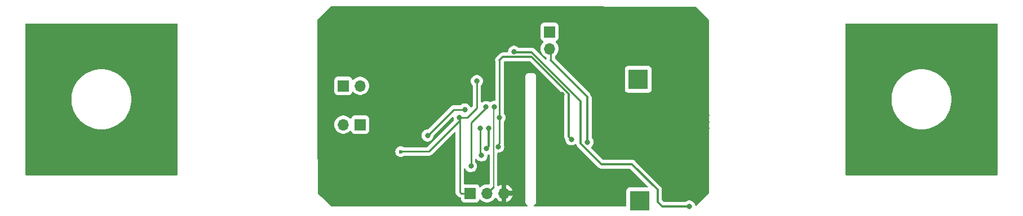
<source format=gbr>
%TF.GenerationSoftware,KiCad,Pcbnew,7.0.5-7.0.5~ubuntu20.04.1*%
%TF.CreationDate,2023-07-13T22:08:42+02:00*%
%TF.ProjectId,ModuleV450,4d6f6475-6c65-4563-9435-302e6b696361,rev?*%
%TF.SameCoordinates,Original*%
%TF.FileFunction,Copper,L2,Bot*%
%TF.FilePolarity,Positive*%
%FSLAX46Y46*%
G04 Gerber Fmt 4.6, Leading zero omitted, Abs format (unit mm)*
G04 Created by KiCad (PCBNEW 7.0.5-7.0.5~ubuntu20.04.1) date 2023-07-13 22:08:42*
%MOMM*%
%LPD*%
G01*
G04 APERTURE LIST*
%TA.AperFunction,ComponentPad*%
%ADD10R,3.000000X3.000000*%
%TD*%
%TA.AperFunction,ComponentPad*%
%ADD11O,1.700000X1.700000*%
%TD*%
%TA.AperFunction,ComponentPad*%
%ADD12R,1.700000X1.700000*%
%TD*%
%TA.AperFunction,ViaPad*%
%ADD13C,0.800000*%
%TD*%
%TA.AperFunction,ViaPad*%
%ADD14C,0.600000*%
%TD*%
%TA.AperFunction,Conductor*%
%ADD15C,0.250000*%
%TD*%
%TA.AperFunction,Conductor*%
%ADD16C,0.300000*%
%TD*%
%TA.AperFunction,Conductor*%
%ADD17C,0.150000*%
%TD*%
G04 APERTURE END LIST*
D10*
%TO.P,VCC,1*%
%TO.N,VCC*%
X55880000Y5537200D03*
%TD*%
%TO.P,DUMP,1*%
%TO.N,Net-(Q1-D)*%
X56083200Y-12750800D03*
%TD*%
D11*
%TO.P,EXTTEMP1,2,Pin_2*%
%TO.N,ENABLE*%
X42545000Y10160000D03*
D12*
%TO.P,EXTTEMP1,1,Pin_1*%
%TO.N,PA3*%
X42545000Y12700000D03*
%TD*%
%TO.P,UPDI1,1,Pin_1*%
%TO.N,VCC*%
X30625000Y-11600000D03*
D11*
%TO.P,UPDI1,2,Pin_2*%
%TO.N,RESET*%
X33165000Y-11600000D03*
%TO.P,UPDI1,3,Pin_3*%
%TO.N,GND*%
X35705000Y-11600000D03*
%TD*%
D12*
%TO.P,RX1,1,Pin_1*%
%TO.N,RXD0*%
X14097000Y-1270000D03*
D11*
%TO.P,RX1,2,Pin_2*%
%TO.N,VCC*%
X11557000Y-1270000D03*
%TD*%
D12*
%TO.P,TX1,1,Pin_1*%
%TO.N,Net-(TX1-Pin_1)*%
X11557000Y4572000D03*
D11*
%TO.P,TX1,2,Pin_2*%
%TO.N,Net-(TX1-Pin_2)*%
X14097000Y4572000D03*
%TD*%
D13*
%TO.N,GND*%
X18750000Y-10500000D03*
X39825000Y7200000D03*
X8500000Y3250000D03*
X53925000Y10275000D03*
X53925000Y9250000D03*
X53925000Y11300000D03*
X58650000Y-7800000D03*
X58650000Y-6700000D03*
X58650000Y-5600000D03*
X58650000Y-2250000D03*
X58650000Y-4450000D03*
X58650000Y-3350000D03*
X66150000Y-855000D03*
X66150000Y125000D03*
X66150000Y-1835000D03*
X17000000Y-10500000D03*
X27960000Y-11455000D03*
X27960000Y-10280000D03*
X36325000Y-3760000D03*
X38825000Y7700000D03*
X22685000Y1020000D03*
X27675000Y10950000D03*
X30285000Y12720000D03*
X64180000Y-8310000D03*
X64180000Y-7210000D03*
X64180000Y-6060000D03*
X42025000Y-10400000D03*
X43175000Y-10400000D03*
X44325000Y-10400000D03*
X45475000Y-10400000D03*
X46625000Y-10400000D03*
X47775000Y-10400000D03*
X48925000Y-10400000D03*
X50075000Y-10400000D03*
X51225000Y-10400000D03*
X52375000Y-10400000D03*
X53525000Y-10400000D03*
X44425000Y3300000D03*
X42125000Y3300000D03*
X43275000Y3300000D03*
X50175000Y3300000D03*
X49025000Y3300000D03*
X53625000Y3300000D03*
X52375000Y-3900000D03*
X51225000Y-3900000D03*
X53525000Y-3900000D03*
X41925000Y-3900000D03*
X44225000Y-3900000D03*
X43075000Y-3900000D03*
X49625000Y7600000D03*
X36755000Y12770000D03*
X35565000Y12740000D03*
X28025000Y5000000D03*
X52825000Y10275000D03*
X52825000Y9250000D03*
X52825000Y11300000D03*
X25025000Y4800000D03*
X18669000Y11684000D03*
D14*
X88165000Y10290000D03*
D13*
X38325000Y-13200000D03*
D14*
X103165000Y-5210000D03*
D13*
X33925000Y9300000D03*
D14*
X88165000Y-5210000D03*
D13*
X38325000Y-12100000D03*
X24615000Y-6360000D03*
X15250000Y-10500000D03*
D14*
X98165000Y10290000D03*
X98165000Y-5210000D03*
D13*
X38325000Y4800000D03*
X15113000Y11684000D03*
D14*
X93165000Y10290000D03*
X93165000Y-5210000D03*
D13*
X16891000Y11684000D03*
D14*
X103165000Y10290000D03*
D13*
X31025000Y-8800000D03*
%TO.N,VCC*%
X29025000Y-200000D03*
D14*
X20193000Y-5334000D03*
D13*
X31625000Y5300000D03*
%TO.N,ENABLE*%
X48225000Y-3900000D03*
%TO.N,TXD0*%
X29825000Y1000000D03*
X24225000Y-2900008D03*
D14*
%TO.N,unconnected-(F1-Pad2)*%
X-30025000Y10290000D03*
X-20025000Y10290000D03*
X-30025000Y-5210000D03*
X-25025000Y10290000D03*
X-20025000Y-5210000D03*
X-25025000Y-5210000D03*
X-35025000Y-5210000D03*
X-35025000Y10290000D03*
D13*
%TO.N,VREF*%
X32165000Y-1795000D03*
X32325000Y-5900002D03*
%TO.N,PA6*%
X33025000Y-4900000D03*
X33435000Y-1795000D03*
%TO.N,RESET*%
X34225000Y1400000D03*
%TO.N,PA7*%
X45825000Y-3487486D03*
X35025000Y-200002D03*
X34825000Y-4572000D03*
%TO.N,REF_EN*%
X30735000Y-7512500D03*
X33020000Y1371600D03*
%TO.N,Net-(Q1-G)*%
X63535000Y-13600000D03*
X37225000Y9702800D03*
%TD*%
D15*
%TO.N,ENABLE*%
X42725000Y8400000D02*
X42725000Y9980000D01*
X42725000Y9980000D02*
X42405000Y10300000D01*
%TO.N,VCC*%
X29025000Y-710000D02*
X29025000Y-200000D01*
X31625000Y1234317D02*
X31625000Y5300000D01*
X29025002Y-199998D02*
X29625000Y-199998D01*
X24435000Y-5300000D02*
X29025000Y-710000D01*
X30190685Y-199998D02*
X31625000Y1234317D01*
X29625000Y-199998D02*
X30190685Y-199998D01*
X20255000Y-5300000D02*
X20227000Y-5300000D01*
X30625000Y-11600000D02*
X29235000Y-11600000D01*
X29025000Y-200000D02*
X29025002Y-199998D01*
X29044989Y-199998D02*
X29625000Y-199998D01*
X29235000Y-11600000D02*
X29044989Y-11409989D01*
X20255000Y-5300000D02*
X24435000Y-5300000D01*
X29044989Y-11409989D02*
X29044989Y-199998D01*
D16*
%TO.N,ENABLE*%
X42725000Y8400000D02*
X48225000Y2900000D01*
X48225000Y2900000D02*
X48225000Y-3900000D01*
D15*
%TO.N,TXD0*%
X24225000Y-2900008D02*
X28125008Y1000000D01*
X28125008Y1000000D02*
X29825000Y1000000D01*
%TO.N,VREF*%
X32165000Y-5740002D02*
X32325000Y-5900002D01*
X32165000Y-1795000D02*
X32165000Y-5740002D01*
D16*
%TO.N,PA6*%
X33435000Y-1795000D02*
X33435000Y-4490000D01*
X33435000Y-4490000D02*
X33025000Y-4900000D01*
D15*
%TO.N,RESET*%
X34125000Y1300000D02*
X34225000Y1400000D01*
X33165000Y-11600000D02*
X34125000Y-10640000D01*
D17*
X34125000Y-10640000D02*
X34125000Y1300000D01*
D16*
%TO.N,PA7*%
X45425001Y-3087487D02*
X45425001Y3360989D01*
X39861001Y8924989D02*
X35549989Y8924989D01*
X45425001Y3360989D02*
X39861001Y8924989D01*
X45825000Y-3487486D02*
X45425001Y-3087487D01*
D15*
X35025000Y-200002D02*
X35025000Y-4075010D01*
X35025000Y8400000D02*
X35025000Y-200002D01*
X35025000Y-4075010D02*
X34825000Y-4275010D01*
D16*
X35549989Y8924989D02*
X35025000Y8400000D01*
D15*
%TO.N,REF_EN*%
X30735000Y-7512500D02*
X30735000Y-990000D01*
X30735000Y-990000D02*
X33025000Y1300000D01*
D16*
%TO.N,Net-(Q1-G)*%
X47224998Y-4136002D02*
X47224998Y2268098D01*
X47224998Y2268098D02*
X39868097Y9624999D01*
X58775600Y-11074400D02*
X54914800Y-7213600D01*
X54914800Y-7213600D02*
X50302596Y-7213600D01*
X50302596Y-7213600D02*
X47224998Y-4136002D01*
X39868097Y9624999D02*
X37225000Y9624999D01*
X58775600Y-12903200D02*
X58775600Y-11074400D01*
X59472400Y-13600000D02*
X58775600Y-12903200D01*
X63535000Y-13600000D02*
X59472400Y-13600000D01*
%TD*%
%TA.AperFunction,Conductor*%
%TO.N,GND*%
G36*
X109798039Y13950315D02*
G01*
X109843794Y13897511D01*
X109855000Y13846000D01*
X109855000Y-8766000D01*
X109835315Y-8833039D01*
X109782511Y-8878794D01*
X109731000Y-8890000D01*
X87119000Y-8890000D01*
X87051961Y-8870315D01*
X87006206Y-8817511D01*
X86995000Y-8766000D01*
X86995000Y2540000D01*
X93903583Y2540000D01*
X93922871Y2122816D01*
X93922871Y2122810D01*
X93922872Y2122807D01*
X93980568Y1709195D01*
X93980570Y1709187D01*
X94076184Y1302659D01*
X94208908Y906665D01*
X94208909Y906661D01*
X94377584Y524650D01*
X94377589Y524640D01*
X94377593Y524631D01*
X94377597Y524623D01*
X94377598Y524622D01*
X94580809Y159789D01*
X94580813Y159782D01*
X94580814Y159781D01*
X94816831Y-184762D01*
X94816833Y-184764D01*
X94816840Y-184774D01*
X95082416Y-504593D01*
X95083633Y-506059D01*
X95378941Y-801367D01*
X95425376Y-839926D01*
X95700225Y-1068159D01*
X95700231Y-1068163D01*
X95700238Y-1068169D01*
X96044781Y-1304186D01*
X96409631Y-1507407D01*
X96409648Y-1507414D01*
X96409649Y-1507415D01*
X96791660Y-1676090D01*
X96791664Y-1676091D01*
X96791666Y-1676091D01*
X96791676Y-1676096D01*
X97187656Y-1808815D01*
X97594192Y-1904431D01*
X98007816Y-1962129D01*
X98425000Y-1981417D01*
X98842184Y-1962129D01*
X99255808Y-1904431D01*
X99662344Y-1808815D01*
X100058324Y-1676096D01*
X100058335Y-1676090D01*
X100058339Y-1676090D01*
X100293458Y-1572274D01*
X100440369Y-1507407D01*
X100805219Y-1304186D01*
X101149762Y-1068169D01*
X101471059Y-801367D01*
X101766367Y-506059D01*
X102033169Y-184762D01*
X102269186Y159781D01*
X102472407Y524631D01*
X102586136Y782203D01*
X102641090Y906661D01*
X102641091Y906665D01*
X102641096Y906676D01*
X102773815Y1302656D01*
X102869431Y1709192D01*
X102927129Y2122816D01*
X102946417Y2540000D01*
X102927129Y2957184D01*
X102869431Y3370808D01*
X102773815Y3777344D01*
X102641096Y4173324D01*
X102641091Y4173336D01*
X102641090Y4173340D01*
X102472415Y4555351D01*
X102472414Y4555352D01*
X102472407Y4555369D01*
X102269186Y4920219D01*
X102033169Y5264762D01*
X102033163Y5264769D01*
X102033159Y5264775D01*
X101766376Y5586048D01*
X101766367Y5586059D01*
X101471059Y5881367D01*
X101468457Y5883528D01*
X101149774Y6148160D01*
X101149764Y6148167D01*
X101149762Y6148169D01*
X100805219Y6384186D01*
X100805218Y6384187D01*
X100805211Y6384191D01*
X100440378Y6587402D01*
X100440377Y6587403D01*
X100440369Y6587407D01*
X100440360Y6587411D01*
X100440350Y6587416D01*
X100058339Y6756091D01*
X100058335Y6756092D01*
X100058326Y6756095D01*
X100058324Y6756096D01*
X99662344Y6888815D01*
X99662343Y6888816D01*
X99662341Y6888816D01*
X99255813Y6984430D01*
X99255805Y6984432D01*
X98842193Y7042128D01*
X98842190Y7042129D01*
X98842184Y7042129D01*
X98425000Y7061417D01*
X98007816Y7042129D01*
X98007810Y7042129D01*
X98007806Y7042128D01*
X97594194Y6984432D01*
X97594186Y6984430D01*
X97187658Y6888816D01*
X96791664Y6756092D01*
X96791660Y6756091D01*
X96409649Y6587416D01*
X96409621Y6587402D01*
X96044788Y6384191D01*
X96044781Y6384187D01*
X95700235Y6148167D01*
X95700225Y6148160D01*
X95378952Y5881377D01*
X95378932Y5881359D01*
X95083641Y5586068D01*
X95083623Y5586048D01*
X94816840Y5264775D01*
X94816833Y5264765D01*
X94580813Y4920219D01*
X94580809Y4920212D01*
X94377598Y4555379D01*
X94377584Y4555351D01*
X94208909Y4173340D01*
X94208908Y4173336D01*
X94076184Y3777342D01*
X93980570Y3370814D01*
X93980568Y3370806D01*
X93922872Y2957194D01*
X93922871Y2957184D01*
X93903583Y2540000D01*
X86995000Y2540000D01*
X86995000Y13846000D01*
X87014685Y13913039D01*
X87067489Y13958794D01*
X87119000Y13970000D01*
X109731000Y13970000D01*
X109798039Y13950315D01*
G37*
%TD.AperFunction*%
%TD*%
%TA.AperFunction,Conductor*%
%TO.N,unconnected-(F1-Pad2)*%
G36*
X-13391961Y13950315D02*
G01*
X-13346206Y13897511D01*
X-13335000Y13846000D01*
X-13335000Y-8766000D01*
X-13354685Y-8833039D01*
X-13407489Y-8878794D01*
X-13459000Y-8890000D01*
X-36071000Y-8890000D01*
X-36138039Y-8870315D01*
X-36183794Y-8817511D01*
X-36195000Y-8766000D01*
X-36195000Y2540000D01*
X-29286417Y2540000D01*
X-29267129Y2122816D01*
X-29267129Y2122810D01*
X-29267128Y2122807D01*
X-29209432Y1709195D01*
X-29209430Y1709187D01*
X-29113816Y1302659D01*
X-28981092Y906665D01*
X-28981091Y906661D01*
X-28812416Y524650D01*
X-28812411Y524640D01*
X-28812407Y524631D01*
X-28812403Y524623D01*
X-28812402Y524622D01*
X-28609191Y159789D01*
X-28609187Y159782D01*
X-28609186Y159781D01*
X-28373169Y-184762D01*
X-28373167Y-184764D01*
X-28373160Y-184774D01*
X-28107584Y-504593D01*
X-28106367Y-506059D01*
X-27811059Y-801367D01*
X-27764624Y-839926D01*
X-27489775Y-1068159D01*
X-27489769Y-1068163D01*
X-27489762Y-1068169D01*
X-27145219Y-1304186D01*
X-26780369Y-1507407D01*
X-26780352Y-1507414D01*
X-26780351Y-1507415D01*
X-26398340Y-1676090D01*
X-26398336Y-1676091D01*
X-26398334Y-1676091D01*
X-26398324Y-1676096D01*
X-26002344Y-1808815D01*
X-25595808Y-1904431D01*
X-25182184Y-1962129D01*
X-24765000Y-1981417D01*
X-24347816Y-1962129D01*
X-23934192Y-1904431D01*
X-23527656Y-1808815D01*
X-23131676Y-1676096D01*
X-23131665Y-1676090D01*
X-23131661Y-1676090D01*
X-22896542Y-1572273D01*
X-22749631Y-1507407D01*
X-22384781Y-1304186D01*
X-22040238Y-1068169D01*
X-21718941Y-801367D01*
X-21423633Y-506059D01*
X-21156831Y-184762D01*
X-20920814Y159781D01*
X-20717593Y524631D01*
X-20603864Y782203D01*
X-20548910Y906661D01*
X-20548909Y906665D01*
X-20548904Y906676D01*
X-20416185Y1302656D01*
X-20320569Y1709192D01*
X-20262871Y2122816D01*
X-20243583Y2540000D01*
X-20262871Y2957184D01*
X-20320569Y3370808D01*
X-20416185Y3777344D01*
X-20548904Y4173324D01*
X-20548909Y4173336D01*
X-20548910Y4173340D01*
X-20717585Y4555351D01*
X-20717586Y4555352D01*
X-20717593Y4555369D01*
X-20920814Y4920219D01*
X-21156831Y5264762D01*
X-21156837Y5264769D01*
X-21156841Y5264775D01*
X-21423624Y5586048D01*
X-21423633Y5586059D01*
X-21718941Y5881367D01*
X-21721543Y5883528D01*
X-22040226Y6148160D01*
X-22040236Y6148167D01*
X-22040238Y6148169D01*
X-22384781Y6384186D01*
X-22384782Y6384187D01*
X-22384789Y6384191D01*
X-22749622Y6587402D01*
X-22749623Y6587403D01*
X-22749631Y6587407D01*
X-22749640Y6587411D01*
X-22749650Y6587416D01*
X-23131661Y6756091D01*
X-23131665Y6756092D01*
X-23131674Y6756095D01*
X-23131676Y6756096D01*
X-23527656Y6888815D01*
X-23527657Y6888816D01*
X-23527659Y6888816D01*
X-23934187Y6984430D01*
X-23934195Y6984432D01*
X-24347807Y7042128D01*
X-24347810Y7042129D01*
X-24347816Y7042129D01*
X-24765000Y7061417D01*
X-24765001Y7061417D01*
X-24798035Y7059890D01*
X-25182184Y7042129D01*
X-25182190Y7042129D01*
X-25182194Y7042128D01*
X-25595806Y6984432D01*
X-25595814Y6984430D01*
X-26002342Y6888816D01*
X-26398336Y6756092D01*
X-26398340Y6756091D01*
X-26780351Y6587416D01*
X-26780379Y6587402D01*
X-27145212Y6384191D01*
X-27145219Y6384187D01*
X-27489765Y6148167D01*
X-27489775Y6148160D01*
X-27811048Y5881377D01*
X-27811068Y5881359D01*
X-28106359Y5586068D01*
X-28106377Y5586048D01*
X-28373160Y5264775D01*
X-28373167Y5264765D01*
X-28609187Y4920219D01*
X-28609191Y4920212D01*
X-28812402Y4555379D01*
X-28812416Y4555351D01*
X-28981091Y4173340D01*
X-28981092Y4173336D01*
X-29113816Y3777342D01*
X-29209430Y3370814D01*
X-29209432Y3370806D01*
X-29267128Y2957194D01*
X-29267129Y2957184D01*
X-29286417Y2540000D01*
X-36195000Y2540000D01*
X-36195000Y13846000D01*
X-36175315Y13913039D01*
X-36122511Y13958794D01*
X-36071000Y13970000D01*
X-13459000Y13970000D01*
X-13391961Y13950315D01*
G37*
%TD.AperFunction*%
%TD*%
%TA.AperFunction,Conductor*%
%TO.N,GND*%
G36*
X37084999Y16522500D02*
G01*
X64447837Y16501570D01*
X64515943Y16481516D01*
X64536871Y16464631D01*
X65500000Y15500766D01*
X66463130Y14536898D01*
X66497131Y14474574D01*
X66500000Y14447838D01*
X66500000Y-11527810D01*
X66479998Y-11595931D01*
X66463095Y-11616905D01*
X64633129Y-13446870D01*
X64570817Y-13480896D01*
X64500001Y-13475831D01*
X64443166Y-13433284D01*
X64424201Y-13396712D01*
X64422275Y-13390785D01*
X64369527Y-13228444D01*
X64274040Y-13063056D01*
X64274038Y-13063054D01*
X64274034Y-13063048D01*
X64146255Y-12921135D01*
X63991752Y-12808882D01*
X63817288Y-12731206D01*
X63630487Y-12691500D01*
X63439513Y-12691500D01*
X63252711Y-12731206D01*
X63078247Y-12808882D01*
X62951614Y-12900887D01*
X62934197Y-12913542D01*
X62928837Y-12917436D01*
X62861969Y-12941294D01*
X62854776Y-12941500D01*
X59797350Y-12941500D01*
X59729229Y-12921498D01*
X59708255Y-12904595D01*
X59471005Y-12667345D01*
X59436979Y-12605033D01*
X59434100Y-12578250D01*
X59434100Y-11161014D01*
X59435892Y-11144779D01*
X59435643Y-11144756D01*
X59436387Y-11136870D01*
X59436389Y-11136863D01*
X59434131Y-11065022D01*
X59434100Y-11063043D01*
X59434100Y-11032971D01*
X59434100Y-11032968D01*
X59433169Y-11025609D01*
X59432706Y-11019722D01*
X59431162Y-10970569D01*
X59425179Y-10949976D01*
X59421171Y-10930618D01*
X59418482Y-10909339D01*
X59418482Y-10909336D01*
X59400377Y-10863608D01*
X59398463Y-10858019D01*
X59384745Y-10810800D01*
X59373824Y-10792335D01*
X59365131Y-10774589D01*
X59357235Y-10754644D01*
X59328336Y-10714870D01*
X59325082Y-10709917D01*
X59300053Y-10667593D01*
X59300052Y-10667591D01*
X59284888Y-10652427D01*
X59272047Y-10637393D01*
X59259441Y-10620043D01*
X59259436Y-10620038D01*
X59231700Y-10597094D01*
X59221550Y-10588697D01*
X59217177Y-10584717D01*
X55441675Y-6809214D01*
X55431464Y-6796469D01*
X55431271Y-6796630D01*
X55426217Y-6790521D01*
X55373820Y-6741317D01*
X55372430Y-6739970D01*
X55351133Y-6718673D01*
X55351131Y-6718671D01*
X55351125Y-6718666D01*
X55345282Y-6714134D01*
X55340767Y-6710278D01*
X55338139Y-6707810D01*
X55304933Y-6676628D01*
X55304930Y-6676626D01*
X55304925Y-6676623D01*
X55286138Y-6666294D01*
X55269618Y-6655443D01*
X55252667Y-6642295D01*
X55207539Y-6622766D01*
X55202221Y-6620161D01*
X55175035Y-6605216D01*
X55159138Y-6596476D01*
X55159135Y-6596475D01*
X55138368Y-6591143D01*
X55119665Y-6584740D01*
X55106090Y-6578866D01*
X55099976Y-6576220D01*
X55099974Y-6576219D01*
X55099975Y-6576219D01*
X55051419Y-6568529D01*
X55045604Y-6567325D01*
X54997988Y-6555100D01*
X54976541Y-6555100D01*
X54956832Y-6553549D01*
X54935648Y-6550194D01*
X54935647Y-6550194D01*
X54886706Y-6554820D01*
X54880773Y-6555100D01*
X50627546Y-6555100D01*
X50559425Y-6535098D01*
X50538451Y-6518195D01*
X48803225Y-4782969D01*
X48769199Y-4720657D01*
X48774264Y-4649842D01*
X48816811Y-4593006D01*
X48818202Y-4591980D01*
X48836253Y-4578866D01*
X48836255Y-4578864D01*
X48964034Y-4436951D01*
X48964035Y-4436949D01*
X48964040Y-4436944D01*
X49059527Y-4271556D01*
X49118542Y-4089928D01*
X49138504Y-3900000D01*
X49118542Y-3710072D01*
X49059527Y-3528444D01*
X48964040Y-3363056D01*
X48964038Y-3363054D01*
X48964034Y-3363048D01*
X48915864Y-3309550D01*
X48885146Y-3245543D01*
X48883500Y-3225240D01*
X48883500Y2813385D01*
X48885292Y2829620D01*
X48885043Y2829643D01*
X48885789Y2837536D01*
X48883531Y2909392D01*
X48883500Y2911371D01*
X48883500Y2941430D01*
X48883500Y2941432D01*
X48882570Y2948783D01*
X48882107Y2954669D01*
X48880563Y3003831D01*
X48874579Y3024427D01*
X48870569Y3043788D01*
X48867882Y3065064D01*
X48849780Y3110782D01*
X48847862Y3116386D01*
X48834145Y3163600D01*
X48823224Y3182065D01*
X48814531Y3199811D01*
X48806635Y3219756D01*
X48777736Y3259530D01*
X48774482Y3264483D01*
X48749453Y3306807D01*
X48749452Y3306809D01*
X48734288Y3321973D01*
X48721447Y3337007D01*
X48708841Y3354357D01*
X48708836Y3354362D01*
X48687718Y3371831D01*
X48670950Y3385703D01*
X48666577Y3389683D01*
X48067709Y3988551D01*
X53871500Y3988551D01*
X53878009Y3928004D01*
X53878011Y3927996D01*
X53929110Y3790998D01*
X53929112Y3790993D01*
X54016738Y3673939D01*
X54133792Y3586313D01*
X54133794Y3586312D01*
X54133796Y3586311D01*
X54192875Y3564276D01*
X54270795Y3535212D01*
X54270803Y3535210D01*
X54331350Y3528701D01*
X54331355Y3528701D01*
X54331362Y3528700D01*
X54331368Y3528700D01*
X57428632Y3528700D01*
X57428638Y3528700D01*
X57428645Y3528701D01*
X57428649Y3528701D01*
X57489196Y3535210D01*
X57489199Y3535211D01*
X57489201Y3535211D01*
X57626204Y3586311D01*
X57661595Y3612804D01*
X57743261Y3673939D01*
X57830887Y3790993D01*
X57830887Y3790994D01*
X57830889Y3790996D01*
X57881989Y3927999D01*
X57888500Y3988562D01*
X57888500Y7085838D01*
X57888499Y7085850D01*
X57881990Y7146397D01*
X57881988Y7146405D01*
X57830889Y7283403D01*
X57830887Y7283408D01*
X57743261Y7400462D01*
X57626207Y7488088D01*
X57626202Y7488090D01*
X57489204Y7539189D01*
X57489196Y7539191D01*
X57428649Y7545700D01*
X57428638Y7545700D01*
X54331362Y7545700D01*
X54331350Y7545700D01*
X54270803Y7539191D01*
X54270795Y7539189D01*
X54133797Y7488090D01*
X54133792Y7488088D01*
X54016738Y7400462D01*
X53929112Y7283408D01*
X53929110Y7283403D01*
X53878011Y7146405D01*
X53878009Y7146397D01*
X53871500Y7085850D01*
X53871500Y3988551D01*
X48067709Y3988551D01*
X43395405Y8660855D01*
X43361379Y8723167D01*
X43358500Y8749950D01*
X43358500Y9010082D01*
X43378502Y9078203D01*
X43407110Y9109514D01*
X43465918Y9155287D01*
X43468240Y9157094D01*
X43620722Y9322732D01*
X43743860Y9511209D01*
X43834296Y9717384D01*
X43889564Y9935632D01*
X43908156Y10160000D01*
X43889564Y10384368D01*
X43834296Y10602616D01*
X43743860Y10808791D01*
X43737140Y10819076D01*
X43620724Y10997266D01*
X43620719Y10997271D01*
X43477524Y11152821D01*
X43446103Y11216486D01*
X43454090Y11287032D01*
X43498948Y11342061D01*
X43526183Y11356211D01*
X43641204Y11399111D01*
X43758261Y11486739D01*
X43845889Y11603796D01*
X43896989Y11740799D01*
X43903500Y11801362D01*
X43903500Y13598638D01*
X43903499Y13598650D01*
X43896990Y13659197D01*
X43896988Y13659205D01*
X43845889Y13796203D01*
X43845887Y13796208D01*
X43758261Y13913262D01*
X43641207Y14000888D01*
X43641202Y14000890D01*
X43504204Y14051989D01*
X43504196Y14051991D01*
X43443649Y14058500D01*
X43443638Y14058500D01*
X41646362Y14058500D01*
X41646350Y14058500D01*
X41585803Y14051991D01*
X41585795Y14051989D01*
X41448797Y14000890D01*
X41448792Y14000888D01*
X41331738Y13913262D01*
X41244112Y13796208D01*
X41244110Y13796203D01*
X41193011Y13659205D01*
X41193009Y13659197D01*
X41186500Y13598650D01*
X41186500Y11801351D01*
X41193009Y11740804D01*
X41193011Y11740796D01*
X41244110Y11603798D01*
X41244112Y11603793D01*
X41331738Y11486739D01*
X41448791Y11399114D01*
X41448792Y11399114D01*
X41448796Y11399111D01*
X41563810Y11356213D01*
X41620642Y11313668D01*
X41645453Y11247148D01*
X41630362Y11177774D01*
X41612475Y11152821D01*
X41469280Y10997271D01*
X41469275Y10997266D01*
X41346141Y10808794D01*
X41255703Y10602614D01*
X41255702Y10602613D01*
X41200437Y10384376D01*
X41200436Y10384370D01*
X41200436Y10384368D01*
X41181844Y10160000D01*
X41192667Y10029384D01*
X41200437Y9935625D01*
X41255702Y9717388D01*
X41255703Y9717387D01*
X41255704Y9717384D01*
X41336084Y9534134D01*
X41346141Y9511207D01*
X41469275Y9322735D01*
X41469280Y9322730D01*
X41601708Y9178876D01*
X41608212Y9165697D01*
X41624081Y9155287D01*
X41680372Y9111474D01*
X41799424Y9018811D01*
X41997426Y8911658D01*
X42006406Y8908575D01*
X42064342Y8867543D01*
X42090898Y8801701D01*
X42091500Y8789401D01*
X42091500Y8637046D01*
X42071498Y8568925D01*
X42017842Y8522432D01*
X41947568Y8512328D01*
X41882988Y8541822D01*
X41876405Y8547950D01*
X41674405Y8749950D01*
X41457593Y8966763D01*
X41447878Y8984554D01*
X41444104Y8985540D01*
X41419912Y9004443D01*
X41101625Y9322730D01*
X40394972Y10029384D01*
X40384761Y10042130D01*
X40384568Y10041969D01*
X40379514Y10048078D01*
X40327117Y10097282D01*
X40325727Y10098629D01*
X40304430Y10119926D01*
X40304428Y10119928D01*
X40304422Y10119933D01*
X40298579Y10124465D01*
X40294064Y10128321D01*
X40291436Y10130789D01*
X40258230Y10161971D01*
X40258227Y10161973D01*
X40258222Y10161976D01*
X40239435Y10172305D01*
X40222915Y10183156D01*
X40205964Y10196304D01*
X40160836Y10215833D01*
X40155518Y10218438D01*
X40128332Y10233383D01*
X40112435Y10242123D01*
X40112432Y10242124D01*
X40091665Y10247456D01*
X40072962Y10253859D01*
X40062800Y10258256D01*
X40053273Y10262379D01*
X40053271Y10262380D01*
X40053272Y10262380D01*
X40004716Y10270070D01*
X39998901Y10271274D01*
X39951285Y10283499D01*
X39929838Y10283499D01*
X39910129Y10285050D01*
X39888945Y10288405D01*
X39888944Y10288405D01*
X39840003Y10283779D01*
X39834070Y10283499D01*
X37980742Y10283499D01*
X37912621Y10303501D01*
X37887106Y10325189D01*
X37836255Y10381665D01*
X37681752Y10493918D01*
X37507288Y10571594D01*
X37320487Y10611300D01*
X37129513Y10611300D01*
X36942711Y10571594D01*
X36768247Y10493918D01*
X36613744Y10381665D01*
X36485965Y10239752D01*
X36485958Y10239742D01*
X36390476Y10074362D01*
X36390473Y10074355D01*
X36331457Y9892728D01*
X36310815Y9696319D01*
X36283802Y9630662D01*
X36225581Y9590032D01*
X36185505Y9583489D01*
X35636603Y9583489D01*
X35620368Y9585282D01*
X35620345Y9585032D01*
X35612452Y9585779D01*
X35540599Y9583520D01*
X35538620Y9583489D01*
X35508557Y9583489D01*
X35508552Y9583489D01*
X35508543Y9583488D01*
X35501216Y9582563D01*
X35495302Y9582097D01*
X35446159Y9580553D01*
X35431346Y9576249D01*
X35425557Y9574568D01*
X35406204Y9570560D01*
X35384933Y9567873D01*
X35384927Y9567872D01*
X35384925Y9567871D01*
X35376173Y9564407D01*
X35339205Y9549771D01*
X35333590Y9547849D01*
X35286394Y9534136D01*
X35286388Y9534134D01*
X35267926Y9523216D01*
X35250180Y9514523D01*
X35230237Y9506627D01*
X35230234Y9506625D01*
X35190459Y9477727D01*
X35185497Y9474468D01*
X35143183Y9449443D01*
X35128011Y9434272D01*
X35112985Y9421439D01*
X35095633Y9408832D01*
X35095632Y9408831D01*
X35064293Y9370950D01*
X35060298Y9366560D01*
X34530071Y8836331D01*
X34530067Y8836326D01*
X34453695Y8737867D01*
X34453692Y8737862D01*
X34387619Y8585176D01*
X34361594Y8420849D01*
X34361593Y8420848D01*
X34377250Y8255212D01*
X34384051Y8236323D01*
X34391500Y8193643D01*
X34391500Y2434500D01*
X34371498Y2366379D01*
X34317842Y2319886D01*
X34265500Y2308500D01*
X34129513Y2308500D01*
X33942711Y2268794D01*
X33768248Y2191118D01*
X33677015Y2124834D01*
X33610147Y2100976D01*
X33540996Y2117057D01*
X33528894Y2124835D01*
X33476756Y2162716D01*
X33302288Y2240394D01*
X33115487Y2280100D01*
X32924513Y2280100D01*
X32737711Y2240394D01*
X32563246Y2162717D01*
X32563243Y2162716D01*
X32458560Y2086659D01*
X32391693Y2062800D01*
X32322541Y2078881D01*
X32273061Y2129795D01*
X32258500Y2188595D01*
X32258500Y4597476D01*
X32278502Y4665597D01*
X32290858Y4681780D01*
X32364040Y4763056D01*
X32459527Y4928444D01*
X32518542Y5110072D01*
X32538504Y5300000D01*
X32518542Y5489928D01*
X32459527Y5671556D01*
X32364040Y5836944D01*
X32364038Y5836946D01*
X32364034Y5836952D01*
X32236255Y5978865D01*
X32081752Y6091118D01*
X31907288Y6168794D01*
X31720487Y6208500D01*
X31529513Y6208500D01*
X31342711Y6168794D01*
X31168247Y6091118D01*
X31013744Y5978865D01*
X30885965Y5836952D01*
X30885958Y5836942D01*
X30790476Y5671562D01*
X30790473Y5671555D01*
X30731457Y5489928D01*
X30711496Y5300000D01*
X30731457Y5110073D01*
X30761526Y5017530D01*
X30790473Y4928444D01*
X30790476Y4928439D01*
X30885958Y4763059D01*
X30885965Y4763049D01*
X30959135Y4681786D01*
X30989853Y4617779D01*
X30991499Y4597476D01*
X30991500Y1548912D01*
X30971498Y1480791D01*
X30954599Y1459822D01*
X30877430Y1382652D01*
X30851334Y1356556D01*
X30789022Y1322531D01*
X30718206Y1327597D01*
X30661370Y1370144D01*
X30653125Y1382644D01*
X30564040Y1536944D01*
X30564038Y1536946D01*
X30564034Y1536952D01*
X30436255Y1678865D01*
X30281752Y1791118D01*
X30107288Y1868794D01*
X29920487Y1908500D01*
X29729513Y1908500D01*
X29542711Y1868794D01*
X29368247Y1791118D01*
X29213747Y1678867D01*
X29210437Y1675190D01*
X29149991Y1637950D01*
X29116800Y1633500D01*
X28208861Y1633500D01*
X28193019Y1635250D01*
X28192992Y1634956D01*
X28185099Y1635702D01*
X28116032Y1633531D01*
X28114053Y1633500D01*
X28085152Y1633500D01*
X28085148Y1633500D01*
X28085138Y1633499D01*
X28078187Y1632621D01*
X28072275Y1632156D01*
X28025120Y1630674D01*
X28025118Y1630673D01*
X28005663Y1625022D01*
X27986310Y1621014D01*
X27966218Y1618476D01*
X27966210Y1618474D01*
X27922344Y1601107D01*
X27916729Y1599184D01*
X27871415Y1586018D01*
X27871410Y1586016D01*
X27853971Y1575703D01*
X27836226Y1567010D01*
X27817388Y1559551D01*
X27802746Y1548912D01*
X27779220Y1531820D01*
X27774269Y1528567D01*
X27733648Y1504545D01*
X27719315Y1490213D01*
X27704289Y1477380D01*
X27687903Y1465474D01*
X27687902Y1465474D01*
X27657826Y1429120D01*
X27653830Y1424729D01*
X25962009Y-267094D01*
X24274500Y-1954603D01*
X24212188Y-1988628D01*
X24185405Y-1991508D01*
X24129513Y-1991508D01*
X23942711Y-2031214D01*
X23768247Y-2108890D01*
X23613744Y-2221143D01*
X23485965Y-2363056D01*
X23485958Y-2363066D01*
X23390476Y-2528446D01*
X23390473Y-2528453D01*
X23331457Y-2710080D01*
X23311496Y-2900007D01*
X23331457Y-3089935D01*
X23348432Y-3142177D01*
X23390473Y-3271564D01*
X23390476Y-3271569D01*
X23485958Y-3436949D01*
X23485965Y-3436959D01*
X23613744Y-3578872D01*
X23613747Y-3578874D01*
X23768248Y-3691126D01*
X23942712Y-3768802D01*
X24129513Y-3808508D01*
X24320487Y-3808508D01*
X24507288Y-3768802D01*
X24681752Y-3691126D01*
X24836253Y-3578874D01*
X24866215Y-3545598D01*
X24964034Y-3436959D01*
X24964035Y-3436957D01*
X24964040Y-3436952D01*
X25059527Y-3271564D01*
X25118542Y-3089936D01*
X25135907Y-2924711D01*
X25162920Y-2859056D01*
X25172113Y-2848797D01*
X27897068Y-123842D01*
X27959378Y-89818D01*
X28030193Y-94883D01*
X28087029Y-137430D01*
X28111471Y-199768D01*
X28131457Y-389927D01*
X28185512Y-556287D01*
X28187540Y-627255D01*
X28154774Y-684319D01*
X24209500Y-4629595D01*
X24147188Y-4663620D01*
X24120405Y-4666500D01*
X20686626Y-4666500D01*
X20619590Y-4647187D01*
X20546017Y-4600958D01*
X20546015Y-4600957D01*
X20374050Y-4540784D01*
X20374049Y-4540783D01*
X20374047Y-4540783D01*
X20193000Y-4520384D01*
X20011953Y-4540783D01*
X20011950Y-4540783D01*
X20011949Y-4540784D01*
X19839984Y-4600957D01*
X19839981Y-4600958D01*
X19685720Y-4697887D01*
X19685718Y-4697888D01*
X19556888Y-4826718D01*
X19556887Y-4826720D01*
X19459958Y-4980981D01*
X19459957Y-4980984D01*
X19459957Y-4980985D01*
X19399783Y-5152953D01*
X19379384Y-5334000D01*
X19399783Y-5515047D01*
X19399783Y-5515049D01*
X19399784Y-5515050D01*
X19459957Y-5687015D01*
X19459958Y-5687018D01*
X19556887Y-5841279D01*
X19556888Y-5841281D01*
X19685718Y-5970111D01*
X19685720Y-5970112D01*
X19839981Y-6067041D01*
X19839982Y-6067041D01*
X19839985Y-6067043D01*
X20011953Y-6127217D01*
X20193000Y-6147616D01*
X20374047Y-6127217D01*
X20546015Y-6067043D01*
X20700281Y-5970111D01*
X20700283Y-5970108D01*
X20705809Y-5965703D01*
X20706655Y-5966764D01*
X20762300Y-5936379D01*
X20789083Y-5933500D01*
X24351147Y-5933500D01*
X24366988Y-5935249D01*
X24367016Y-5934956D01*
X24374901Y-5935700D01*
X24374909Y-5935702D01*
X24436208Y-5933775D01*
X24443976Y-5933531D01*
X24445955Y-5933500D01*
X24474851Y-5933500D01*
X24474856Y-5933500D01*
X24481818Y-5932619D01*
X24487719Y-5932154D01*
X24534889Y-5930673D01*
X24554347Y-5925019D01*
X24573694Y-5921013D01*
X24593797Y-5918474D01*
X24637679Y-5901099D01*
X24643274Y-5899183D01*
X24671816Y-5890891D01*
X24688591Y-5886019D01*
X24688595Y-5886017D01*
X24706026Y-5875708D01*
X24723780Y-5867009D01*
X24742617Y-5859552D01*
X24780786Y-5831818D01*
X24785744Y-5828562D01*
X24826362Y-5804542D01*
X24840685Y-5790218D01*
X24855724Y-5777374D01*
X24872107Y-5765472D01*
X24902193Y-5729103D01*
X24906161Y-5724741D01*
X28196396Y-2434507D01*
X28258706Y-2400483D01*
X28329522Y-2405548D01*
X28386357Y-2448095D01*
X28411168Y-2514615D01*
X28411489Y-2523604D01*
X28411489Y-11326135D01*
X28409740Y-11341977D01*
X28410033Y-11342005D01*
X28409286Y-11349898D01*
X28411457Y-11418963D01*
X28411488Y-11420940D01*
X28411488Y-11449838D01*
X28411490Y-11449861D01*
X28412367Y-11456809D01*
X28412833Y-11462721D01*
X28414315Y-11509877D01*
X28414316Y-11509882D01*
X28419966Y-11529328D01*
X28423975Y-11548686D01*
X28426514Y-11568782D01*
X28426515Y-11568788D01*
X28443882Y-11612651D01*
X28445805Y-11618268D01*
X28458971Y-11663582D01*
X28469283Y-11681020D01*
X28477977Y-11698768D01*
X28485433Y-11717598D01*
X28485439Y-11717609D01*
X28513166Y-11755772D01*
X28516426Y-11760735D01*
X28540449Y-11801354D01*
X28554768Y-11815673D01*
X28567606Y-11830703D01*
X28577145Y-11843832D01*
X28579517Y-11847096D01*
X28607783Y-11870480D01*
X28615875Y-11877174D01*
X28620256Y-11881160D01*
X28689096Y-11950000D01*
X28727753Y-11988657D01*
X28737720Y-12001097D01*
X28737947Y-12000910D01*
X28742999Y-12007017D01*
X28743000Y-12007018D01*
X28780730Y-12042449D01*
X28793388Y-12054335D01*
X28794777Y-12055681D01*
X28815221Y-12076125D01*
X28815231Y-12076135D01*
X28820762Y-12080425D01*
X28825279Y-12084282D01*
X28859679Y-12116586D01*
X28859681Y-12116587D01*
X28859682Y-12116588D01*
X28877429Y-12126344D01*
X28893949Y-12137196D01*
X28909959Y-12149614D01*
X28953270Y-12168355D01*
X28958591Y-12170962D01*
X28999940Y-12193695D01*
X28999948Y-12193697D01*
X29019558Y-12198732D01*
X29038267Y-12205137D01*
X29056855Y-12213181D01*
X29103477Y-12220564D01*
X29109262Y-12221763D01*
X29131031Y-12227353D01*
X29154960Y-12233498D01*
X29154964Y-12233498D01*
X29154970Y-12233500D01*
X29154976Y-12233500D01*
X29156282Y-12233665D01*
X29157244Y-12234084D01*
X29162651Y-12235473D01*
X29162427Y-12236344D01*
X29221361Y-12262042D01*
X29260767Y-12321099D01*
X29266500Y-12358673D01*
X29266500Y-12498649D01*
X29273009Y-12559196D01*
X29273011Y-12559204D01*
X29324110Y-12696202D01*
X29324112Y-12696207D01*
X29411738Y-12813261D01*
X29528792Y-12900887D01*
X29528794Y-12900888D01*
X29528796Y-12900889D01*
X29573160Y-12917436D01*
X29665795Y-12951988D01*
X29665803Y-12951990D01*
X29726350Y-12958499D01*
X29726355Y-12958499D01*
X29726362Y-12958500D01*
X29726368Y-12958500D01*
X31523632Y-12958500D01*
X31523638Y-12958500D01*
X31523645Y-12958499D01*
X31523649Y-12958499D01*
X31584196Y-12951990D01*
X31584199Y-12951989D01*
X31584201Y-12951989D01*
X31721204Y-12900889D01*
X31791399Y-12848342D01*
X31838261Y-12813261D01*
X31925886Y-12696208D01*
X31925885Y-12696208D01*
X31925889Y-12696204D01*
X31969999Y-12577939D01*
X32012545Y-12521107D01*
X32079066Y-12496296D01*
X32148440Y-12511388D01*
X32180753Y-12536635D01*
X32241418Y-12602534D01*
X32241762Y-12602908D01*
X32277135Y-12630440D01*
X32419424Y-12741189D01*
X32617426Y-12848342D01*
X32617427Y-12848342D01*
X32617428Y-12848343D01*
X32729227Y-12886723D01*
X32830365Y-12921444D01*
X33052431Y-12958500D01*
X33052435Y-12958500D01*
X33277565Y-12958500D01*
X33277569Y-12958500D01*
X33499635Y-12921444D01*
X33712574Y-12848342D01*
X33910576Y-12741189D01*
X34088240Y-12602906D01*
X34240722Y-12437268D01*
X34329816Y-12300898D01*
X34383819Y-12254810D01*
X34454167Y-12245235D01*
X34518524Y-12275212D01*
X34540782Y-12300898D01*
X34629674Y-12436958D01*
X34782097Y-12602534D01*
X34959698Y-12740767D01*
X34959699Y-12740768D01*
X35157628Y-12847882D01*
X35157630Y-12847883D01*
X35354999Y-12915638D01*
X35355000Y-12915638D01*
X35355000Y-11958318D01*
X35431900Y-12024952D01*
X35562685Y-12084680D01*
X35669237Y-12100000D01*
X35740763Y-12100000D01*
X35847315Y-12084680D01*
X35978100Y-12024952D01*
X36055000Y-11958318D01*
X36055000Y-12915638D01*
X36252369Y-12847883D01*
X36252371Y-12847882D01*
X36450300Y-12740768D01*
X36450301Y-12740767D01*
X36627902Y-12602534D01*
X36780325Y-12436958D01*
X36903419Y-12248548D01*
X36993820Y-12042456D01*
X36993823Y-12042449D01*
X37017234Y-11950000D01*
X36064600Y-11950000D01*
X36086761Y-11930798D01*
X36164493Y-11809844D01*
X36205000Y-11671889D01*
X36205000Y-11528111D01*
X36164493Y-11390156D01*
X36086761Y-11269202D01*
X36064600Y-11250000D01*
X37017234Y-11250000D01*
X37017234Y-11249999D01*
X36993823Y-11157550D01*
X36993820Y-11157543D01*
X36903419Y-10951451D01*
X36780325Y-10763041D01*
X36627902Y-10597465D01*
X36450301Y-10459232D01*
X36450300Y-10459231D01*
X36252371Y-10352117D01*
X36252369Y-10352116D01*
X36055000Y-10284360D01*
X36055000Y-11241681D01*
X35978100Y-11175048D01*
X35847315Y-11115320D01*
X35740763Y-11100000D01*
X35669237Y-11100000D01*
X35562685Y-11115320D01*
X35431900Y-11175048D01*
X35355000Y-11241681D01*
X35355000Y-10284360D01*
X35157630Y-10352116D01*
X35157628Y-10352117D01*
X34959699Y-10459231D01*
X34959699Y-10459232D01*
X34919889Y-10490217D01*
X34853846Y-10516272D01*
X34784201Y-10502486D01*
X34733065Y-10453235D01*
X34723949Y-10433469D01*
X34715947Y-10411241D01*
X34708500Y-10368565D01*
X34708500Y-5606500D01*
X34728502Y-5538379D01*
X34782158Y-5491886D01*
X34834500Y-5480500D01*
X34920487Y-5480500D01*
X35107288Y-5440794D01*
X35281752Y-5363118D01*
X35436253Y-5250866D01*
X35564040Y-5108944D01*
X35659527Y-4943556D01*
X35718542Y-4761928D01*
X35738504Y-4572000D01*
X35718542Y-4382072D01*
X35663359Y-4212240D01*
X35658705Y-4162968D01*
X35658500Y-4162968D01*
X35658500Y-4160802D01*
X35658188Y-4157500D01*
X35658498Y-4155047D01*
X35658500Y-4155040D01*
X35658500Y-4134784D01*
X35660051Y-4115073D01*
X35663220Y-4095067D01*
X35660629Y-4067661D01*
X35658780Y-4048090D01*
X35658500Y-4042158D01*
X35658500Y-902526D01*
X35678502Y-834405D01*
X35690858Y-818222D01*
X35764040Y-736946D01*
X35859527Y-571558D01*
X35918542Y-389930D01*
X35938504Y-200002D01*
X35918542Y-10074D01*
X35859527Y171554D01*
X35764040Y336942D01*
X35690862Y418216D01*
X35660146Y482221D01*
X35658500Y502512D01*
X35658500Y8050051D01*
X35678502Y8118171D01*
X35695405Y8139145D01*
X35785844Y8229584D01*
X35848156Y8263610D01*
X35874939Y8266489D01*
X39536051Y8266489D01*
X39604172Y8246487D01*
X39625146Y8229584D01*
X44729596Y3125135D01*
X44763622Y3062823D01*
X44766501Y3036040D01*
X44766501Y-3000876D01*
X44764709Y-3017107D01*
X44764959Y-3017131D01*
X44764212Y-3025023D01*
X44766470Y-3096845D01*
X44766501Y-3098824D01*
X44766501Y-3128917D01*
X44767428Y-3136263D01*
X44767894Y-3142177D01*
X44769438Y-3191316D01*
X44769439Y-3191319D01*
X44775422Y-3211916D01*
X44779429Y-3231267D01*
X44782118Y-3252547D01*
X44782118Y-3252549D01*
X44800217Y-3298265D01*
X44802140Y-3303881D01*
X44815854Y-3351084D01*
X44815854Y-3351085D01*
X44826772Y-3369545D01*
X44835469Y-3387298D01*
X44843365Y-3407242D01*
X44843369Y-3407247D01*
X44872261Y-3447013D01*
X44875523Y-3451978D01*
X44900748Y-3494633D01*
X44917603Y-3545598D01*
X44931458Y-3677414D01*
X44990473Y-3859042D01*
X44990476Y-3859047D01*
X45085958Y-4024427D01*
X45085965Y-4024437D01*
X45213744Y-4166350D01*
X45213747Y-4166352D01*
X45368248Y-4278604D01*
X45542712Y-4356280D01*
X45729513Y-4395986D01*
X45920487Y-4395986D01*
X46107288Y-4356280D01*
X46281752Y-4278604D01*
X46381901Y-4205840D01*
X46448769Y-4181983D01*
X46517920Y-4198063D01*
X46567400Y-4248977D01*
X46580968Y-4291984D01*
X46582114Y-4301060D01*
X46582115Y-4301064D01*
X46600214Y-4346780D01*
X46602137Y-4352396D01*
X46615851Y-4399599D01*
X46615851Y-4399600D01*
X46626769Y-4418060D01*
X46635466Y-4435813D01*
X46643362Y-4455757D01*
X46643365Y-4455762D01*
X46661350Y-4480515D01*
X46672263Y-4495534D01*
X46675519Y-4500492D01*
X46700545Y-4542809D01*
X46715712Y-4557976D01*
X46728550Y-4573007D01*
X46741156Y-4590358D01*
X46779037Y-4621696D01*
X46783418Y-4625682D01*
X48284951Y-6127215D01*
X49775721Y-7617985D01*
X49785934Y-7630731D01*
X49786127Y-7630572D01*
X49791179Y-7636679D01*
X49843574Y-7685881D01*
X49844963Y-7687227D01*
X49866263Y-7708527D01*
X49866271Y-7708533D01*
X49872113Y-7713065D01*
X49876629Y-7716922D01*
X49912463Y-7750572D01*
X49931265Y-7760908D01*
X49947771Y-7771751D01*
X49964728Y-7784904D01*
X50009850Y-7804429D01*
X50015176Y-7807039D01*
X50058255Y-7830723D01*
X50058259Y-7830724D01*
X50079028Y-7836056D01*
X50097730Y-7842459D01*
X50117420Y-7850980D01*
X50165991Y-7858672D01*
X50171785Y-7859871D01*
X50219408Y-7872100D01*
X50240855Y-7872100D01*
X50260563Y-7873650D01*
X50281748Y-7877006D01*
X50319476Y-7873439D01*
X50330690Y-7872380D01*
X50336623Y-7872100D01*
X54589850Y-7872100D01*
X54657971Y-7892102D01*
X54678945Y-7909005D01*
X57297145Y-10527205D01*
X57331171Y-10589517D01*
X57326106Y-10660332D01*
X57283559Y-10717168D01*
X57217039Y-10741979D01*
X57208050Y-10742300D01*
X54534550Y-10742300D01*
X54474003Y-10748809D01*
X54473995Y-10748811D01*
X54336997Y-10799910D01*
X54336992Y-10799912D01*
X54219938Y-10887538D01*
X54132312Y-11004592D01*
X54132310Y-11004597D01*
X54081211Y-11141595D01*
X54081209Y-11141603D01*
X54074700Y-11202150D01*
X54074700Y-13454000D01*
X54054698Y-13522121D01*
X54001042Y-13568614D01*
X53948700Y-13580000D01*
X40321769Y-13580000D01*
X40253648Y-13559998D01*
X40207155Y-13506342D01*
X40197051Y-13436068D01*
X40226545Y-13371488D01*
X40253629Y-13348014D01*
X40257892Y-13345274D01*
X40273670Y-13336658D01*
X40298373Y-13325377D01*
X40318896Y-13307592D01*
X40333269Y-13296832D01*
X40356128Y-13282143D01*
X40373911Y-13261619D01*
X40386622Y-13248909D01*
X40407143Y-13231128D01*
X40421832Y-13208269D01*
X40432597Y-13193891D01*
X40450377Y-13173373D01*
X40461659Y-13148668D01*
X40470270Y-13132899D01*
X40484953Y-13110053D01*
X40492603Y-13083997D01*
X40498882Y-13067160D01*
X40510165Y-13042457D01*
X40514030Y-13015567D01*
X40517848Y-12998017D01*
X40525500Y-12971961D01*
X40525500Y-12828039D01*
X40525500Y235799D01*
X40525500Y5920554D01*
X40527422Y5935706D01*
X40526634Y5935792D01*
X40527617Y5944746D01*
X40527619Y5944753D01*
X40525534Y6007284D01*
X40525500Y6009381D01*
X40525500Y6035796D01*
X40525500Y6035799D01*
X40524797Y6040684D01*
X40524193Y6047526D01*
X40522825Y6088595D01*
X40517604Y6104405D01*
X40512534Y6125975D01*
X40510165Y6142457D01*
X40493094Y6179834D01*
X40490586Y6186230D01*
X40477700Y6225260D01*
X40468232Y6238965D01*
X40457293Y6258228D01*
X40450377Y6273373D01*
X40450376Y6273374D01*
X40450376Y6273375D01*
X40423476Y6304418D01*
X40419256Y6309863D01*
X40404589Y6331095D01*
X40395901Y6343673D01*
X40395898Y6343676D01*
X40382959Y6354154D01*
X40367026Y6369565D01*
X40365655Y6371147D01*
X40356128Y6382143D01*
X40356127Y6382144D01*
X40321561Y6404358D01*
X40315971Y6408399D01*
X40284052Y6434247D01*
X40284044Y6434251D01*
X40268689Y6440654D01*
X40249064Y6450949D01*
X40235054Y6459953D01*
X40235051Y6459954D01*
X40195634Y6471528D01*
X40189132Y6473830D01*
X40151212Y6489643D01*
X40151213Y6489643D01*
X40134657Y6491463D01*
X40112935Y6495810D01*
X40101327Y6499218D01*
X40096961Y6500500D01*
X40096960Y6500500D01*
X40055885Y6500500D01*
X40049001Y6500877D01*
X40044103Y6501416D01*
X40018505Y6500562D01*
X40017703Y6500535D01*
X40015607Y6500500D01*
X39953038Y6500500D01*
X39944122Y6499218D01*
X39944009Y6500000D01*
X39928924Y6497576D01*
X39474868Y6482441D01*
X39417697Y6480535D01*
X39415600Y6480500D01*
X39353039Y6480500D01*
X39330321Y6473830D01*
X39313617Y6468926D01*
X39306906Y6467349D01*
X39266461Y6460151D01*
X39266459Y6460150D01*
X39251549Y6452732D01*
X39230920Y6444643D01*
X39214946Y6439953D01*
X39180383Y6417742D01*
X39174388Y6414338D01*
X39137606Y6396035D01*
X39137605Y6396033D01*
X39125391Y6384716D01*
X39107881Y6371147D01*
X39093873Y6362144D01*
X39093871Y6362143D01*
X39066968Y6331095D01*
X39062173Y6326138D01*
X39032038Y6298214D01*
X39023504Y6283909D01*
X39010528Y6265960D01*
X38999624Y6253376D01*
X38999622Y6253373D01*
X38999623Y6253373D01*
X38986784Y6225260D01*
X38982558Y6216007D01*
X38979354Y6209900D01*
X38958305Y6174616D01*
X38958304Y6174613D01*
X38954147Y6158488D01*
X38946751Y6137605D01*
X38939837Y6122465D01*
X38939835Y6122461D01*
X38938758Y6114967D01*
X38933988Y6081792D01*
X38932636Y6075037D01*
X38922380Y6035251D01*
X38922380Y6035245D01*
X38924464Y5972703D01*
X38924499Y5970605D01*
X38924500Y-12828039D01*
X38924499Y-12971958D01*
X38932150Y-12998016D01*
X38935968Y-13015570D01*
X38939835Y-13042457D01*
X38949242Y-13063056D01*
X38951115Y-13067156D01*
X38957397Y-13083999D01*
X38965048Y-13110056D01*
X38965049Y-13110059D01*
X38979727Y-13132899D01*
X38988338Y-13148668D01*
X38999619Y-13173366D01*
X38999624Y-13173374D01*
X39017402Y-13193891D01*
X39028173Y-13208279D01*
X39042857Y-13231128D01*
X39058845Y-13244982D01*
X39063379Y-13248911D01*
X39076088Y-13261620D01*
X39093872Y-13282143D01*
X39116716Y-13296824D01*
X39131106Y-13307595D01*
X39151627Y-13325377D01*
X39176332Y-13336659D01*
X39192106Y-13345274D01*
X39196001Y-13347777D01*
X39196363Y-13348010D01*
X39242850Y-13401671D01*
X39252945Y-13471946D01*
X39223445Y-13536523D01*
X39163714Y-13574900D01*
X39128230Y-13580000D01*
X9772129Y-13580000D01*
X9704008Y-13559998D01*
X9683108Y-13543169D01*
X8287238Y-12149614D01*
X7753572Y-11616833D01*
X7719496Y-11554550D01*
X7716594Y-11527874D01*
X7716594Y-11527810D01*
X7699568Y-1269999D01*
X10193844Y-1269999D01*
X10212437Y-1494375D01*
X10267702Y-1712612D01*
X10267703Y-1712613D01*
X10358141Y-1918793D01*
X10481275Y-2107265D01*
X10481279Y-2107270D01*
X10633762Y-2272908D01*
X10688331Y-2315381D01*
X10811424Y-2411189D01*
X11009426Y-2518342D01*
X11009427Y-2518342D01*
X11009428Y-2518343D01*
X11038875Y-2528452D01*
X11222365Y-2591444D01*
X11444431Y-2628500D01*
X11444435Y-2628500D01*
X11669565Y-2628500D01*
X11669569Y-2628500D01*
X11891635Y-2591444D01*
X12104574Y-2518342D01*
X12302576Y-2411189D01*
X12480240Y-2272906D01*
X12541245Y-2206637D01*
X12602096Y-2170067D01*
X12673061Y-2172200D01*
X12731606Y-2212362D01*
X12752000Y-2247941D01*
X12796111Y-2366204D01*
X12796112Y-2366207D01*
X12883738Y-2483261D01*
X13000792Y-2570887D01*
X13000794Y-2570888D01*
X13000796Y-2570889D01*
X13055900Y-2591442D01*
X13137795Y-2621988D01*
X13137803Y-2621990D01*
X13198350Y-2628499D01*
X13198355Y-2628499D01*
X13198362Y-2628500D01*
X13198368Y-2628500D01*
X14995632Y-2628500D01*
X14995638Y-2628500D01*
X14995645Y-2628499D01*
X14995649Y-2628499D01*
X15056196Y-2621990D01*
X15056199Y-2621989D01*
X15056201Y-2621989D01*
X15193204Y-2570889D01*
X15263399Y-2518342D01*
X15310261Y-2483261D01*
X15397887Y-2366207D01*
X15397887Y-2366206D01*
X15397889Y-2366204D01*
X15448989Y-2229201D01*
X15449856Y-2221143D01*
X15455499Y-2168649D01*
X15455500Y-2168632D01*
X15455500Y-371367D01*
X15455499Y-371350D01*
X15448990Y-310803D01*
X15448988Y-310795D01*
X15407663Y-200001D01*
X15397889Y-173796D01*
X15397888Y-173794D01*
X15397887Y-173792D01*
X15310261Y-56738D01*
X15193207Y30888D01*
X15193202Y30890D01*
X15056204Y81989D01*
X15056196Y81991D01*
X14995649Y88500D01*
X14995638Y88500D01*
X13198362Y88500D01*
X13198350Y88500D01*
X13137803Y81991D01*
X13137795Y81989D01*
X13000797Y30890D01*
X13000792Y30888D01*
X12883738Y-56738D01*
X12796112Y-173792D01*
X12796111Y-173795D01*
X12752000Y-292058D01*
X12709453Y-348893D01*
X12642932Y-373703D01*
X12573558Y-358611D01*
X12541246Y-333363D01*
X12480240Y-267094D01*
X12480239Y-267093D01*
X12480237Y-267091D01*
X12394039Y-200000D01*
X12302576Y-128811D01*
X12104574Y-21658D01*
X12104572Y-21657D01*
X12104571Y-21656D01*
X11891639Y51443D01*
X11891630Y51445D01*
X11847476Y58813D01*
X11669569Y88500D01*
X11444431Y88500D01*
X11296210Y63767D01*
X11222369Y51445D01*
X11222360Y51443D01*
X11009428Y-21656D01*
X11009426Y-21658D01*
X10811426Y-128810D01*
X10811424Y-128811D01*
X10633762Y-267091D01*
X10481279Y-432729D01*
X10481275Y-432734D01*
X10358141Y-621206D01*
X10267703Y-827386D01*
X10267702Y-827387D01*
X10212437Y-1045624D01*
X10193844Y-1269999D01*
X7699568Y-1269999D01*
X7691363Y3673351D01*
X10198500Y3673351D01*
X10205009Y3612804D01*
X10205011Y3612796D01*
X10256110Y3475798D01*
X10256112Y3475793D01*
X10343738Y3358739D01*
X10460792Y3271113D01*
X10460794Y3271112D01*
X10460796Y3271111D01*
X10491851Y3259528D01*
X10597795Y3220012D01*
X10597803Y3220010D01*
X10658350Y3213501D01*
X10658355Y3213501D01*
X10658362Y3213500D01*
X10658368Y3213500D01*
X12455632Y3213500D01*
X12455638Y3213500D01*
X12455645Y3213501D01*
X12455649Y3213501D01*
X12516196Y3220010D01*
X12516199Y3220011D01*
X12516201Y3220011D01*
X12653204Y3271111D01*
X12723399Y3323658D01*
X12770261Y3358739D01*
X12857886Y3475792D01*
X12857885Y3475792D01*
X12857889Y3475796D01*
X12901999Y3594061D01*
X12944545Y3650893D01*
X13011066Y3675704D01*
X13080440Y3660612D01*
X13112753Y3635365D01*
X13173760Y3569094D01*
X13173762Y3569092D01*
X13217291Y3535212D01*
X13351424Y3430811D01*
X13549426Y3323658D01*
X13549427Y3323658D01*
X13549428Y3323657D01*
X13598505Y3306809D01*
X13762365Y3250556D01*
X13984431Y3213500D01*
X13984435Y3213500D01*
X14209565Y3213500D01*
X14209569Y3213500D01*
X14431635Y3250556D01*
X14644574Y3323658D01*
X14842576Y3430811D01*
X15020240Y3569094D01*
X15172722Y3734732D01*
X15295860Y3923209D01*
X15386296Y4129384D01*
X15441564Y4347632D01*
X15460156Y4572000D01*
X15441564Y4796368D01*
X15386296Y5014616D01*
X15295860Y5220791D01*
X15278500Y5247363D01*
X15172724Y5409266D01*
X15172720Y5409271D01*
X15020237Y5574909D01*
X14900367Y5668208D01*
X14842576Y5713189D01*
X14644574Y5820342D01*
X14644572Y5820343D01*
X14644571Y5820344D01*
X14431639Y5893443D01*
X14431630Y5893445D01*
X14387476Y5900813D01*
X14209569Y5930500D01*
X13984431Y5930500D01*
X13836211Y5905767D01*
X13762369Y5893445D01*
X13762360Y5893443D01*
X13549428Y5820344D01*
X13549426Y5820342D01*
X13351426Y5713190D01*
X13351424Y5713189D01*
X13173762Y5574909D01*
X13112754Y5508637D01*
X13051901Y5472067D01*
X12980936Y5474202D01*
X12922391Y5514364D01*
X12901999Y5549943D01*
X12857889Y5668203D01*
X12857887Y5668208D01*
X12770261Y5785262D01*
X12653207Y5872888D01*
X12653202Y5872890D01*
X12516204Y5923989D01*
X12516196Y5923991D01*
X12455649Y5930500D01*
X12455638Y5930500D01*
X10658362Y5930500D01*
X10658350Y5930500D01*
X10597803Y5923991D01*
X10597795Y5923989D01*
X10460797Y5872890D01*
X10460792Y5872888D01*
X10343738Y5785262D01*
X10256112Y5668208D01*
X10256110Y5668203D01*
X10205011Y5531205D01*
X10205009Y5531197D01*
X10198500Y5470650D01*
X10198500Y3673351D01*
X7691363Y3673351D01*
X7673405Y14492726D01*
X7693294Y14560877D01*
X7710266Y14581984D01*
X9633050Y16506489D01*
X9695345Y16540540D01*
X9722269Y16543431D01*
X37084999Y16522500D01*
G37*
%TD.AperFunction*%
%TA.AperFunction,Conductor*%
G36*
X33498916Y-5764105D02*
G01*
X33536729Y-5824194D01*
X33541500Y-5858539D01*
X33541500Y-10136774D01*
X33521498Y-10204895D01*
X33467842Y-10251388D01*
X33397568Y-10261492D01*
X33394769Y-10261057D01*
X33277569Y-10241500D01*
X33052431Y-10241500D01*
X32932625Y-10261492D01*
X32830369Y-10278555D01*
X32830360Y-10278557D01*
X32617428Y-10351656D01*
X32617426Y-10351658D01*
X32419426Y-10458810D01*
X32419424Y-10458811D01*
X32241762Y-10597091D01*
X32180754Y-10663363D01*
X32119901Y-10699933D01*
X32048936Y-10697798D01*
X31990391Y-10657636D01*
X31969999Y-10622057D01*
X31925889Y-10503797D01*
X31925887Y-10503792D01*
X31838261Y-10386738D01*
X31721207Y-10299112D01*
X31721202Y-10299110D01*
X31584204Y-10248011D01*
X31584196Y-10248009D01*
X31523649Y-10241500D01*
X31523638Y-10241500D01*
X29804489Y-10241500D01*
X29736368Y-10221498D01*
X29689875Y-10167842D01*
X29678489Y-10115500D01*
X29678489Y-7969806D01*
X29698491Y-7901685D01*
X29752147Y-7855192D01*
X29822421Y-7845088D01*
X29887001Y-7874582D01*
X29913607Y-7906804D01*
X29949981Y-7969806D01*
X29995958Y-8049441D01*
X29995965Y-8049451D01*
X30123744Y-8191364D01*
X30123747Y-8191366D01*
X30278248Y-8303618D01*
X30452712Y-8381294D01*
X30639513Y-8421000D01*
X30830487Y-8421000D01*
X31017288Y-8381294D01*
X31191752Y-8303618D01*
X31346253Y-8191366D01*
X31474040Y-8049444D01*
X31569527Y-7884056D01*
X31628542Y-7702428D01*
X31648504Y-7512500D01*
X31628542Y-7322572D01*
X31569527Y-7140944D01*
X31474040Y-6975556D01*
X31400863Y-6894284D01*
X31370146Y-6830276D01*
X31368500Y-6809974D01*
X31368500Y-6523673D01*
X31388502Y-6455552D01*
X31442158Y-6409059D01*
X31512432Y-6398955D01*
X31577012Y-6428449D01*
X31588130Y-6439356D01*
X31713747Y-6578868D01*
X31868248Y-6691120D01*
X32042712Y-6768796D01*
X32229513Y-6808502D01*
X32420487Y-6808502D01*
X32607288Y-6768796D01*
X32781752Y-6691120D01*
X32936253Y-6578868D01*
X32945981Y-6568064D01*
X33064034Y-6436953D01*
X33064035Y-6436951D01*
X33064040Y-6436946D01*
X33159527Y-6271558D01*
X33218542Y-6089930D01*
X33238504Y-5900002D01*
X33237974Y-5894961D01*
X33250743Y-5825124D01*
X33299242Y-5773275D01*
X33312027Y-5766683D01*
X33364252Y-5743431D01*
X33434619Y-5733998D01*
X33498916Y-5764105D01*
G37*
%TD.AperFunction*%
%TD*%
M02*

</source>
